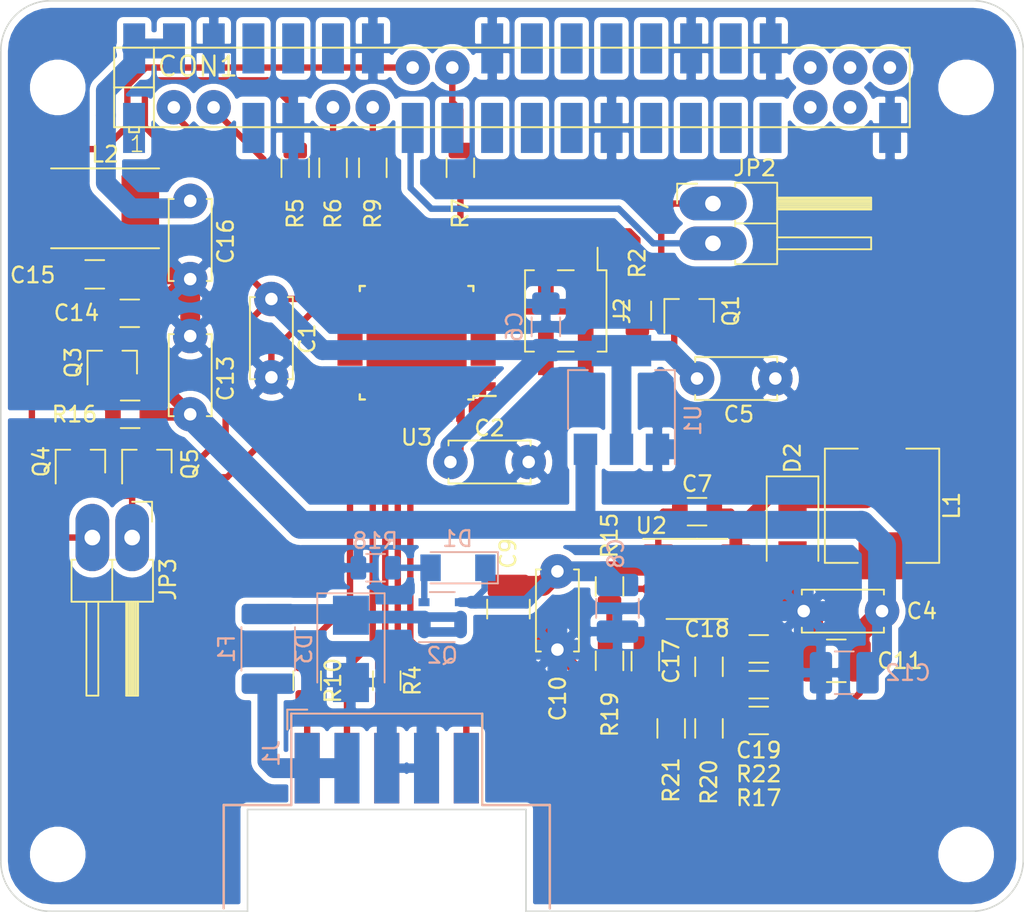
<source format=kicad_pcb>
(kicad_pcb (version 20171130) (host pcbnew "(5.1.4)-1")
  (layers (0 F.Cu signal) (31 B.Cu signal hide) (34 B.Paste user hide) (35 F.Paste user hide) (36 B.SilkS user hide) (37 F.SilkS user) (38 B.Mask user hide) (39 F.Mask user hide) (44 Edge.Cuts user))
  (net 0 "")
  (net 1 +3V3)
  (net 2 GND)
  (net 3 PI_STAT)
  (net 4 "Net-(C7-Pad2)")
  (net 5 "Net-(C7-Pad1)")
  (net 6 "Net-(C10-Pad1)")
  (net 7 "Net-(C14-Pad1)")
  (net 8 PWR-5V)
  (net 9 "Net-(C17-Pad1)")
  (net 10 "Net-(C18-Pad2)")
  (net 11 "Net-(C18-Pad1)")
  (net 12 "Net-(CON1-Pad40)")
  (net 13 "Net-(CON1-Pad38)")
  (net 14 "Net-(CON1-Pad37)")
  (net 15 "Net-(CON1-Pad36)")
  (net 16 "Net-(CON1-Pad35)")
  (net 17 "Net-(CON1-Pad33)")
  (net 18 "Net-(CON1-Pad32)")
  (net 19 "Net-(CON1-Pad31)")
  (net 20 "Net-(CON1-Pad29)")
  (net 21 "Net-(CON1-Pad28)")
  (net 22 "Net-(CON1-Pad27)")
  (net 23 "Net-(CON1-Pad26)")
  (net 24 "Net-(CON1-Pad24)")
  (net 25 "Net-(CON1-Pad23)")
  (net 26 "Net-(CON1-Pad22)")
  (net 27 "Net-(CON1-Pad21)")
  (net 28 "Net-(CON1-Pad19)")
  (net 29 "Net-(CON1-Pad18)")
  (net 30 "Net-(CON1-Pad17)")
  (net 31 "Net-(CON1-Pad16)")
  (net 32 "Net-(CON1-Pad15)")
  (net 33 "Net-(CON1-Pad13)")
  (net 34 "Net-(CON1-Pad12)")
  (net 35 "Net-(CON1-Pad11)")
  (net 36 "Net-(CON1-Pad10)")
  (net 37 "Net-(CON1-Pad8)")
  (net 38 "Net-(CON1-Pad7)")
  (net 39 SCL)
  (net 40 SDA)
  (net 41 "Net-(CON1-Pad1)")
  (net 42 RST)
  (net 43 PI-PWR)
  (net 44 PI_REQ)
  (net 45 BOOT-EN)
  (net 46 "Net-(Q3-Pad1)")
  (net 47 "Net-(D1-Pad2)")
  (net 48 "Net-(D3-Pad1)")
  (net 49 "Net-(R15-Pad2)")
  (net 50 "Net-(R17-Pad2)")
  (net 51 "Net-(J1-Pad2)")
  (net 52 "Net-(J1-Pad4)")
  (net 53 "Net-(J1-Pad6)")
  (net 54 "Net-(J1-Pad8)")
  (net 55 "Net-(J1-Pad9)")
  (net 56 "Net-(J1-Pad10)")
  (net 57 "Net-(R4-Pad1)")
  (net 58 "Net-(R10-Pad1)")
  (net 59 "Net-(U3-Pad31)")
  (net 60 "Net-(U3-Pad30)")
  (net 61 "Net-(U3-Pad29)")
  (net 62 "Net-(U3-Pad22)")
  (net 63 "Net-(U3-Pad21)")
  (net 64 "Net-(U3-Pad20)")
  (net 65 "Net-(U3-Pad19)")
  (net 66 "Net-(U3-Pad12)")
  (net 67 "Net-(U3-Pad11)")
  (net 68 "Net-(U3-Pad10)")
  (net 69 "Net-(U3-Pad6)")
  (net 70 "Net-(U3-Pad5)")
  (net 71 "Net-(U3-Pad4)")
  (net 72 "Net-(U3-Pad3)")
  (net 73 "Net-(U3-Pad2)")
  (net 74 "Net-(J2-Pad3)")
  (net 75 "Net-(J2-Pad1)")
  (net 76 PWR-PROT)
  (net 77 +5V)
  (net 78 +12V)
  (module Package_SO:TSOP-6_1.65x3.05mm_P0.95mm (layer B.Cu) (at 130.285003 99.062501)
    (fp_text reference Q2 (at 0 2.45) (layer B.SilkS) (effects (justify mirror)))
    (fp_text value AO6401A)
    (pad 6 smd rect (at 1.16 0.95) (size 0.7 0.51) (layers B.Cu B.Paste B.Mask) (net 48 "Net-(D3-Pad1)"))
    (pad 5 smd rect (at 1.16 0) (size 0.7 0.51) (layers B.Cu B.Paste B.Mask) (net 48 "Net-(D3-Pad1)"))
    (pad 4 smd rect (at 1.16 -0.95) (size 0.7 0.51) (layers B.Cu B.Paste B.Mask) (net 6 "Net-(C10-Pad1)"))
    (pad 3 smd rect (at -1.16 -0.95) (size 0.7 0.51) (layers B.Cu B.Paste B.Mask) (net 47 "Net-(D1-Pad2)"))
    (pad 2 smd rect (at -1.16 0) (size 0.7 0.51) (layers B.Cu B.Paste B.Mask) (net 48 "Net-(D3-Pad1)"))
    (pad 1 smd rect (at -1.16 0.95) (size 0.7 0.51) (layers B.Cu B.Paste B.Mask) (net 48 "Net-(D3-Pad1)"))
  )
  (module Diode_SMD:D_SMB (layer B.Cu) (at 124.46 101.092 270)
    (fp_text reference D3 (at 0 3 90) (layer B.SilkS) (effects (justify mirror)))
    (fp_text value SM6T)
    (pad 2 smd rect (at 2.15 0 270) (size 2.5 2.3) (layers B.Cu B.Paste B.Mask) (net 2 GND))
    (pad 1 smd rect (at -2.15 0 270) (size 2.5 2.3) (layers B.Cu B.Paste B.Mask) (net 48 "Net-(D3-Pad1)"))
  )
  (module Connector_PinHeader_2.54mm:PinHeader_2x02_P2.54mm_Vertical_SMD (layer F.Cu) (at 138.176 79.502 270)
    (fp_text reference J2 (at 0 -3.6 90) (layer F.SilkS))
    (fp_text value AVR-PDI-4)
    (pad 4 smd rect (at 2.525 1.27 270) (size 3.15 1) (layers F.Cu F.Paste F.Mask) (net 2 GND))
    (pad 3 smd rect (at -2.525 1.27 270) (size 3.15 1) (layers F.Cu F.Paste F.Mask) (net 74 "Net-(J2-Pad3)"))
    (pad 2 smd rect (at 2.525 -1.27 270) (size 3.15 1) (layers F.Cu F.Paste F.Mask) (net 1 +3V3))
    (pad 1 smd rect (at -2.525 -1.27 270) (size 3.15 1) (layers F.Cu F.Paste F.Mask) (net 75 "Net-(J2-Pad1)"))
  )
  (module Package_QFP:TQFP-32_7x7mm_P0.8mm (layer F.Cu) (at 128.651 81.534 180)
    (fp_text reference U3 (at 0 -6.05) (layer F.SilkS))
    (fp_text value ATxmega32E5-AU)
    (pad 32 smd rect (at -2.8 -4.25 270) (size 1.6 0.55) (layers F.Cu F.Paste F.Mask) (net 1 +3V3))
    (pad 31 smd rect (at -2 -4.25 270) (size 1.6 0.55) (layers F.Cu F.Paste F.Mask) (net 59 "Net-(U3-Pad31)"))
    (pad 30 smd rect (at -1.2 -4.25 270) (size 1.6 0.55) (layers F.Cu F.Paste F.Mask) (net 60 "Net-(U3-Pad30)"))
    (pad 29 smd rect (at -0.4 -4.25 270) (size 1.6 0.55) (layers F.Cu F.Paste F.Mask) (net 61 "Net-(U3-Pad29)"))
    (pad 28 smd rect (at 0.4 -4.25 270) (size 1.6 0.55) (layers F.Cu F.Paste F.Mask) (net 56 "Net-(J1-Pad10)"))
    (pad 27 smd rect (at 1.2 -4.25 270) (size 1.6 0.55) (layers F.Cu F.Paste F.Mask) (net 54 "Net-(J1-Pad8)"))
    (pad 26 smd rect (at 2 -4.25 270) (size 1.6 0.55) (layers F.Cu F.Paste F.Mask) (net 57 "Net-(R4-Pad1)"))
    (pad 25 smd rect (at 2.8 -4.25 270) (size 1.6 0.55) (layers F.Cu F.Paste F.Mask) (net 52 "Net-(J1-Pad4)"))
    (pad 24 smd rect (at 4.25 -2.8 180) (size 1.6 0.55) (layers F.Cu F.Paste F.Mask) (net 58 "Net-(R10-Pad1)"))
    (pad 23 smd rect (at 4.25 -2 180) (size 1.6 0.55) (layers F.Cu F.Paste F.Mask) (net 43 PI-PWR))
    (pad 22 smd rect (at 4.25 -1.2 180) (size 1.6 0.55) (layers F.Cu F.Paste F.Mask) (net 62 "Net-(U3-Pad22)"))
    (pad 21 smd rect (at 4.25 -0.4 180) (size 1.6 0.55) (layers F.Cu F.Paste F.Mask) (net 63 "Net-(U3-Pad21)"))
    (pad 20 smd rect (at 4.25 0.4 180) (size 1.6 0.55) (layers F.Cu F.Paste F.Mask) (net 64 "Net-(U3-Pad20)"))
    (pad 19 smd rect (at 4.25 1.2 180) (size 1.6 0.55) (layers F.Cu F.Paste F.Mask) (net 65 "Net-(U3-Pad19)"))
    (pad 18 smd rect (at 4.25 2 180) (size 1.6 0.55) (layers F.Cu F.Paste F.Mask) (net 2 GND))
    (pad 17 smd rect (at 4.25 2.8 180) (size 1.6 0.55) (layers F.Cu F.Paste F.Mask) (net 1 +3V3))
    (pad 16 smd rect (at 2.8 4.25 270) (size 1.6 0.55) (layers F.Cu F.Paste F.Mask) (net 40 SDA))
    (pad 15 smd rect (at 2 4.25 270) (size 1.6 0.55) (layers F.Cu F.Paste F.Mask) (net 39 SCL))
    (pad 14 smd rect (at 1.2 4.25 270) (size 1.6 0.55) (layers F.Cu F.Paste F.Mask) (net 44 PI_REQ))
    (pad 13 smd rect (at 0.4 4.25 270) (size 1.6 0.55) (layers F.Cu F.Paste F.Mask) (net 3 PI_STAT))
    (pad 12 smd rect (at -0.4 4.25 270) (size 1.6 0.55) (layers F.Cu F.Paste F.Mask) (net 66 "Net-(U3-Pad12)"))
    (pad 11 smd rect (at -1.2 4.25 270) (size 1.6 0.55) (layers F.Cu F.Paste F.Mask) (net 67 "Net-(U3-Pad11)"))
    (pad 10 smd rect (at -2 4.25 270) (size 1.6 0.55) (layers F.Cu F.Paste F.Mask) (net 68 "Net-(U3-Pad10)"))
    (pad 9 smd rect (at -2.8 4.25 270) (size 1.6 0.55) (layers F.Cu F.Paste F.Mask) (net 45 BOOT-EN))
    (pad 8 smd rect (at -4.25 2.8 180) (size 1.6 0.55) (layers F.Cu F.Paste F.Mask) (net 74 "Net-(J2-Pad3)"))
    (pad 7 smd rect (at -4.25 2 180) (size 1.6 0.55) (layers F.Cu F.Paste F.Mask) (net 75 "Net-(J2-Pad1)"))
    (pad 6 smd rect (at -4.25 1.2 180) (size 1.6 0.55) (layers F.Cu F.Paste F.Mask) (net 69 "Net-(U3-Pad6)"))
    (pad 5 smd rect (at -4.25 0.4 180) (size 1.6 0.55) (layers F.Cu F.Paste F.Mask) (net 70 "Net-(U3-Pad5)"))
    (pad 4 smd rect (at -4.25 -0.4 180) (size 1.6 0.55) (layers F.Cu F.Paste F.Mask) (net 71 "Net-(U3-Pad4)"))
    (pad 3 smd rect (at -4.25 -1.2 180) (size 1.6 0.55) (layers F.Cu F.Paste F.Mask) (net 72 "Net-(U3-Pad3)"))
    (pad 2 smd rect (at -4.25 -2 180) (size 1.6 0.55) (layers F.Cu F.Paste F.Mask) (net 73 "Net-(U3-Pad2)"))
    (pad 1 smd rect (at -4.25 -2.8 180) (size 1.6 0.55) (layers F.Cu F.Paste F.Mask) (net 2 GND))
  )
  (module obbo_footprints:F_1812_4532Metric_Pad1.30x3.40mm_HandSolder (layer B.Cu) (at 119.1768 101.092 270)
    (fp_text reference F1 (at 0 2.65 90) (layer B.SilkS) (effects (justify mirror)))
    (fp_text value "Polyfuse 1.5A")
    (pad 1 smd roundrect (at -2.225 0 270) (size 1.3 3.4) (layers B.Cu B.Paste B.Mask) (roundrect_rratio 0.192308) (net 48 "Net-(D3-Pad1)"))
    (pad 2 smd roundrect (at 2.225 0 270) (size 1.3 3.4) (layers B.Cu B.Paste B.Mask) (roundrect_rratio 0.192308) (net 78 +12V))
  )
  (module obbo_footprints:L_SMD_Ferrite_X5mm_Y5mm_H4mm_HandSoldering (layer F.Cu) (at 108.7628 72.9488)
    (fp_text reference L2 (at 0 -3.45) (layer F.SilkS))
    (fp_text value 4u7)
    (pad 1 smd rect (at -2.25 0) (size 2.4 4.2) (layers F.Cu F.Paste F.Mask) (net 7 "Net-(C14-Pad1)"))
    (pad 2 smd rect (at 2.25 0) (size 2.4 4.2) (layers F.Cu F.Paste F.Mask) (net 8 PWR-5V))
  )
  (module obbo_footprints:L_SMD_Ferrite_X7mm_Y7mm_H4.5mm_HandSoldering (layer F.Cu) (at 158.369 91.948 270)
    (fp_text reference L1 (at 0 -4.45 90) (layer F.SilkS))
    (fp_text value 15u)
    (pad 1 smd rect (at -3.2 0 270) (size 3 3) (layers F.Cu F.Paste F.Mask) (net 5 "Net-(C7-Pad1)"))
    (pad 2 smd rect (at 3.2 0 270) (size 3 3) (layers F.Cu F.Paste F.Mask) (net 77 +5V))
  )
  (module obbo_footprints:R_0805K (layer F.Cu) (at 126.746 103.124 270)
    (fp_text reference R4 (at 0 -1.65 90) (layer F.SilkS))
    (fp_text value 150)
    (pad 2 smd roundrect (at 1.1 0 270) (size 1 1.5) (layers F.Cu F.Paste F.Mask) (roundrect_rratio 0.2) (net 53 "Net-(J1-Pad6)"))
    (pad 1 smd roundrect (at -1.1 0 270) (size 1 1.5) (layers F.Cu F.Paste F.Mask) (roundrect_rratio 0.2) (net 57 "Net-(R4-Pad1)"))
  )
  (module obbo-footprints-experimental:raspberrypi_RASPI_BOARD_B+HAT_SMD_V01 (layer F.Cu) (at 110.62208 66.49212)
    (fp_text reference CON1 (at 4.05892 -2.61112) (layer F.SilkS) (effects (font (size 1.27 1.27))))
    (fp_text value RASPI_HAT_GPIO_B+-I2S)
    (fp_text user 1 (at 0.18034 2.35204) (layer F.SilkS) (effects (font (size 1.016 1.016) (thickness 0.1016))))
    (pad 1 smd rect (at -0.01016 1.3208 90) (size 3.2 1.4) (layers B.Cu B.Paste B.Mask) (net 41 "Net-(CON1-Pad1)"))
    (pad 2 smd rect (at 0 -3.7592 90) (size 3.2 1.4) (layers B.Cu B.Paste B.Mask) (net 8 PWR-5V))
    (pad 3 thru_hole circle (at 2.52984 0.00254 90) (size 2.2 2.2) (drill 0.8) (layers *.Cu *.Paste *.Mask) (net 40 SDA))
    (pad 4 smd rect (at 2.54 -3.7592 90) (size 3.2 1.4) (layers B.Cu B.Paste B.Mask) (net 8 PWR-5V))
    (pad 5 thru_hole circle (at 5.06984 0.00254 90) (size 2.2 2.2) (drill 0.8) (layers *.Cu *.Paste *.Mask) (net 39 SCL))
    (pad 6 smd rect (at 5.08 -3.7592 90) (size 3.2 1.4) (layers B.Cu B.Paste B.Mask) (net 2 GND))
    (pad 7 smd rect (at 7.60984 1.3208 90) (size 3.2 1.4) (layers B.Cu B.Paste B.Mask) (net 38 "Net-(CON1-Pad7)"))
    (pad 8 smd rect (at 7.60984 -3.7592 90) (size 3.2 1.4) (layers B.Cu B.Paste B.Mask) (net 37 "Net-(CON1-Pad8)"))
    (pad 9 smd rect (at 10.16 1.3208 90) (size 3.2 1.4) (layers B.Cu B.Paste B.Mask) (net 2 GND))
    (pad 10 smd rect (at 10.14984 -3.7592 90) (size 3.2 1.4) (layers B.Cu B.Paste B.Mask) (net 36 "Net-(CON1-Pad10)"))
    (pad 11 thru_hole circle (at 12.68984 0.00254 90) (size 2.2 2.2) (drill 0.8) (layers *.Cu *.Paste *.Mask) (net 35 "Net-(CON1-Pad11)"))
    (pad 12 smd rect (at 12.68984 -3.7592 90) (size 3.2 1.4) (layers B.Cu B.Paste B.Mask) (net 34 "Net-(CON1-Pad12)"))
    (pad 13 thru_hole circle (at 15.22984 0.00254 90) (size 2.2 2.2) (drill 0.8) (layers *.Cu *.Paste *.Mask) (net 33 "Net-(CON1-Pad13)"))
    (pad 14 smd rect (at 15.24 -3.7592 90) (size 3.2 1.4) (layers B.Cu B.Paste B.Mask) (net 2 GND))
    (pad 17 smd rect (at 20.30984 1.3208 90) (size 3.2 1.4) (layers B.Cu B.Paste B.Mask) (net 30 "Net-(CON1-Pad17)"))
    (pad 18 thru_hole circle (at 20.30984 -2.53746 90) (size 2.2 2.2) (drill 0.8) (layers *.Cu *.Paste *.Mask) (net 29 "Net-(CON1-Pad18)"))
    (pad 19 smd rect (at 22.84984 1.3208 90) (size 3.2 1.4) (layers B.Cu B.Paste B.Mask) (net 28 "Net-(CON1-Pad19)"))
    (pad 20 smd rect (at 22.86 -3.7592 90) (size 3.2 1.4) (layers B.Cu B.Paste B.Mask) (net 2 GND))
    (pad 21 smd rect (at 25.3873 1.3208 90) (size 3.2 1.4) (layers B.Cu B.Paste B.Mask) (net 27 "Net-(CON1-Pad21)"))
    (pad 22 smd rect (at 25.3873 -3.7592 90) (size 3.2 1.4) (layers B.Cu B.Paste B.Mask) (net 26 "Net-(CON1-Pad22)"))
    (pad 23 smd rect (at 27.9273 1.3208 90) (size 3.2 1.4) (layers B.Cu B.Paste B.Mask) (net 25 "Net-(CON1-Pad23)"))
    (pad 24 smd rect (at 27.9273 -3.7592 90) (size 3.2 1.4) (layers B.Cu B.Paste B.Mask) (net 24 "Net-(CON1-Pad24)"))
    (pad 25 smd rect (at 30.48 1.3208 90) (size 3.2 1.4) (layers B.Cu B.Paste B.Mask) (net 2 GND))
    (pad 26 smd rect (at 30.4673 -3.7592 90) (size 3.2 1.4) (layers B.Cu B.Paste B.Mask) (net 23 "Net-(CON1-Pad26)"))
    (pad 27 smd rect (at 33.0073 1.3208 90) (size 3.2 1.4) (layers B.Cu B.Paste B.Mask) (net 22 "Net-(CON1-Pad27)"))
    (pad 28 smd rect (at 33.0073 -3.7592 90) (size 3.2 1.4) (layers B.Cu B.Paste B.Mask) (net 21 "Net-(CON1-Pad28)"))
    (pad 29 smd rect (at 35.5473 1.3208 90) (size 3.2 1.4) (layers B.Cu B.Paste B.Mask) (net 20 "Net-(CON1-Pad29)"))
    (pad 30 smd rect (at 35.56 -3.7592 90) (size 3.2 1.4) (layers B.Cu B.Paste B.Mask) (net 2 GND))
    (pad 31 smd rect (at 38.0873 1.3208 90) (size 3.2 1.4) (layers B.Cu B.Paste B.Mask) (net 19 "Net-(CON1-Pad31)"))
    (pad 32 smd rect (at 38.0873 -3.7592 90) (size 3.2 1.4) (layers B.Cu B.Paste B.Mask) (net 18 "Net-(CON1-Pad32)"))
    (pad 33 smd rect (at 40.6273 1.3208 90) (size 3.2 1.4) (layers B.Cu B.Paste B.Mask) (net 17 "Net-(CON1-Pad33)"))
    (pad 34 smd rect (at 40.64 -3.7592 90) (size 3.2 1.4) (layers B.Cu B.Paste B.Mask) (net 2 GND))
    (pad 35 thru_hole circle (at 43.1673 0.00254 90) (size 2.2 2.2) (drill 0.8) (layers *.Cu *.Paste *.Mask) (net 16 "Net-(CON1-Pad35)"))
    (pad 36 thru_hole circle (at 43.1673 -2.53746 90) (size 2.2 2.2) (drill 0.8) (layers *.Cu *.Paste *.Mask) (net 15 "Net-(CON1-Pad36)"))
    (pad 37 thru_hole circle (at 45.7073 0.00254 90) (size 2.2 2.2) (drill 0.8) (layers *.Cu *.Paste *.Mask) (net 14 "Net-(CON1-Pad37)"))
    (pad 38 thru_hole circle (at 45.7073 -2.53746 90) (size 2.2 2.2) (drill 0.8) (layers *.Cu *.Paste *.Mask) (net 13 "Net-(CON1-Pad38)"))
    (pad 39 smd rect (at 48.26 1.3208 90) (size 3.2 1.4) (layers B.Cu B.Paste B.Mask) (net 2 GND))
    (pad 40 thru_hole circle (at 48.2473 -2.53746 90) (size 2.2 2.2) (drill 0.8) (layers *.Cu *.Paste *.Mask) (net 12 "Net-(CON1-Pad40)"))
    (pad "" np_thru_hole circle (at -4.88188 47.73168) (size 2.74828 2.74828) (drill 2.74828) (layers *.Cu *.Mask))
    (pad "" np_thru_hole circle (at -4.88188 -1.26746) (size 2.74828 2.74828) (drill 2.74828) (layers *.Cu *.Mask))
    (pad "" np_thru_hole circle (at 53.11648 47.73168) (size 2.74828 2.74828) (drill 2.74828) (layers *.Cu *.Mask))
    (pad "" np_thru_hole circle (at 53.11648 -1.26746) (size 2.74828 2.74828) (drill 2.74828) (layers *.Cu *.Mask))
    (pad 16 thru_hole circle (at 17.78 -2.53746 90) (size 2.2 2.2) (drill 0.8) (layers *.Cu *.Paste *.Mask) (net 31 "Net-(CON1-Pad16)"))
    (pad 15 smd rect (at 17.78 1.3208 90) (size 3.2 1.4) (layers B.Cu B.Paste B.Mask) (net 32 "Net-(CON1-Pad15)"))
  )
  (module obbo_footprints:PinHeader_1x02_P2.54mm_Horizontal_PAD (layer F.Cu) (at 110.49 93.98 270)
    (fp_text reference JP3 (at 2.667 -2.286 90) (layer F.SilkS))
    (fp_text value Jumper)
    (pad 1 thru_hole oval (at 0 0 270) (size 4.3 2.15) (drill 1) (layers *.Cu *.Mask) (net 76 PWR-PROT))
    (pad 2 thru_hole oval (at 0 2.54 270) (size 4.3 2.15) (drill 1) (layers *.Cu *.Mask) (net 31 "Net-(CON1-Pad16)"))
  )
  (module obbo_footprints:PinHeader_1x02_P2.54mm_Horizontal_PAD (layer F.Cu) (at 147.574 72.644)
    (fp_text reference JP2 (at 2.667 -2.27) (layer F.SilkS))
    (fp_text value Jumper)
    (pad 1 thru_hole oval (at 0 0) (size 4.3 2.15) (drill 1) (layers *.Cu *.Mask) (net 42 RST))
    (pad 2 thru_hole oval (at 0 2.54) (size 4.3 2.15) (drill 1) (layers *.Cu *.Mask) (net 32 "Net-(CON1-Pad15)"))
  )
  (module obbo-footprints-experimental:IDC-Header_2x05_P2.54mm_SMD_Horizontal_Edge (layer B.Cu) (at 121.666 107.512 270)
    (fp_text reference J1 (at 0.254 2.286 270) (layer B.SilkS) (effects (justify mirror)))
    (fp_text value Conn_02x05 hide)
    (pad 10 smd rect (at 1.2 -10.16 270) (size 4.5 1.6) (layers F.Cu F.Paste F.Mask) (net 56 "Net-(J1-Pad10)"))
    (pad 9 smd rect (at 1.2 -10.16 270) (size 4.5 1.6) (layers B.Cu B.Paste B.Mask) (net 55 "Net-(J1-Pad9)"))
    (pad 8 smd rect (at 1.2 -7.62 270) (size 4.5 1.6) (layers F.Cu F.Paste F.Mask) (net 54 "Net-(J1-Pad8)"))
    (pad 7 smd rect (at 1.2 -7.62 270) (size 4.5 1.6) (layers B.Cu B.Paste B.Mask) (net 2 GND))
    (pad 6 smd rect (at 1.2 -5.08 270) (size 4.5 1.6) (layers F.Cu F.Paste F.Mask) (net 53 "Net-(J1-Pad6)"))
    (pad 5 smd rect (at 1.2 -5.08 270) (size 4.5 1.6) (layers B.Cu B.Paste B.Mask) (net 2 GND))
    (pad 4 smd rect (at 1.2 -2.54 270) (size 4.5 1.6) (layers F.Cu F.Paste F.Mask) (net 52 "Net-(J1-Pad4)"))
    (pad 3 smd rect (at 1.2 -2.54 270) (size 4.5 1.6) (layers B.Cu B.Paste B.Mask) (net 78 +12V))
    (pad 2 smd rect (at 1.2 0 270) (size 4.5 1.6) (layers F.Cu F.Paste F.Mask) (net 51 "Net-(J1-Pad2)"))
    (pad 1 smd rect (at 1.2 0 270) (size 4.5 1.6) (layers B.Cu B.Paste B.Mask) (net 78 +12V))
  )
  (module Capacitor_SMD:C_1206_3216Metric_Pad1.42x1.75mm_HandSolder (layer F.Cu) (at 108.1024 77.1652)
    (fp_text reference C15 (at -3.9624 0.0508) (layer F.SilkS))
    (fp_text value 10u)
    (pad 2 smd roundrect (at 1.4875 0) (size 1.425 1.75) (layers F.Cu F.Paste F.Mask) (roundrect_rratio 0.175439) (net 2 GND))
    (pad 1 smd roundrect (at -1.4875 0) (size 1.425 1.75) (layers F.Cu F.Paste F.Mask) (roundrect_rratio 0.175439) (net 7 "Net-(C14-Pad1)"))
  )
  (module Capacitor_SMD:C_1210_3225Metric_Pad1.42x2.65mm_HandSolder (layer B.Cu) (at 155.956 102.616 180)
    (fp_text reference C12 (at -4.064 0) (layer B.SilkS) (effects (justify mirror)))
    (fp_text value 47u)
    (pad 2 smd roundrect (at 1.4875 0 180) (size 1.425 2.65) (layers B.Cu B.Paste B.Mask) (roundrect_rratio 0.175439) (net 2 GND))
    (pad 1 smd roundrect (at -1.4875 0 180) (size 1.425 2.65) (layers B.Cu B.Paste B.Mask) (roundrect_rratio 0.175439) (net 77 +5V))
  )
  (module Capacitor_SMD:C_1210_3225Metric_Pad1.42x2.65mm_HandSolder (layer F.Cu) (at 155.448 101.854 180)
    (fp_text reference C11 (at -4.064 0) (layer F.SilkS))
    (fp_text value 47u)
    (pad 2 smd roundrect (at 1.4875 0 180) (size 1.425 2.65) (layers F.Cu F.Paste F.Mask) (roundrect_rratio 0.175439) (net 2 GND))
    (pad 1 smd roundrect (at -1.4875 0 180) (size 1.425 2.65) (layers F.Cu F.Paste F.Mask) (roundrect_rratio 0.175439) (net 77 +5V))
  )
  (module Capacitor_SMD:C_1210_3225Metric_Pad1.42x2.65mm_HandSolder (layer F.Cu) (at 134.5184 98.552 270)
    (fp_text reference C9 (at -3.556 0.0254 270) (layer F.SilkS))
    (fp_text value 4u7)
    (pad 2 smd roundrect (at 1.4875 0 270) (size 1.425 2.65) (layers F.Cu F.Paste F.Mask) (roundrect_rratio 0.175439) (net 2 GND))
    (pad 1 smd roundrect (at -1.4875 0 270) (size 1.425 2.65) (layers F.Cu F.Paste F.Mask) (roundrect_rratio 0.175439) (net 6 "Net-(C10-Pad1)"))
  )
  (module Capacitor_SMD:C_1210_3225Metric_Pad1.42x2.65mm_HandSolder (layer B.Cu) (at 141.478 98.5012 270)
    (fp_text reference C8 (at -3.5052 0.1016 90) (layer B.SilkS) (effects (justify mirror)))
    (fp_text value 4u7)
    (pad 2 smd roundrect (at 1.4875 0 270) (size 1.425 2.65) (layers B.Cu B.Paste B.Mask) (roundrect_rratio 0.175439) (net 2 GND))
    (pad 1 smd roundrect (at -1.4875 0 270) (size 1.425 2.65) (layers B.Cu B.Paste B.Mask) (roundrect_rratio 0.175439) (net 6 "Net-(C10-Pad1)"))
  )
  (module Capacitor_SMD:C_1206_3216Metric_Pad1.42x1.75mm_HandSolder (layer B.Cu) (at 136.906 80.518 90)
    (fp_text reference C6 (at 0 -2.0066 90) (layer B.SilkS) (effects (justify mirror)))
    (fp_text value 10u)
    (pad 2 smd roundrect (at 1.4875 0 90) (size 1.425 1.75) (layers B.Cu B.Paste B.Mask) (roundrect_rratio 0.175439) (net 2 GND))
    (pad 1 smd roundrect (at -1.4875 0 90) (size 1.425 1.75) (layers B.Cu B.Paste B.Mask) (roundrect_rratio 0.175439) (net 1 +3V3))
  )
  (module Package_SO:SOIC-8_3.9x4.9mm_P1.27mm (layer F.Cu) (at 146.558 96.6216)
    (fp_text reference U2 (at -2.921 -3.4) (layer F.SilkS))
    (fp_text value TPS54331)
    (pad 8 smd roundrect (at 2.475 -1.905) (size 1.95 0.6) (layers F.Cu F.Paste F.Mask) (net 5 "Net-(C7-Pad1)"))
    (pad 7 smd roundrect (at 2.475 -0.635) (size 1.95 0.6) (layers F.Cu F.Paste F.Mask) (net 2 GND))
    (pad 6 smd roundrect (at 2.475 0.635) (size 1.95 0.6) (layers F.Cu F.Paste F.Mask) (net 11 "Net-(C18-Pad1)"))
    (pad 5 smd roundrect (at 2.475 1.905) (size 1.95 0.6) (layers F.Cu F.Paste F.Mask) (net 50 "Net-(R17-Pad2)"))
    (pad 4 smd roundrect (at -2.475 1.905) (size 1.95 0.6) (layers F.Cu F.Paste F.Mask) (net 9 "Net-(C17-Pad1)"))
    (pad 3 smd roundrect (at -2.475 0.635) (size 1.95 0.6) (layers F.Cu F.Paste F.Mask) (net 49 "Net-(R15-Pad2)"))
    (pad 2 smd roundrect (at -2.475 -0.635) (size 1.95 0.6) (layers F.Cu F.Paste F.Mask) (net 6 "Net-(C10-Pad1)"))
    (pad 1 smd roundrect (at -2.475 -1.905) (size 1.95 0.6) (layers F.Cu F.Paste F.Mask) (net 4 "Net-(C7-Pad2)"))
  )
  (module Diode_SMD:D_SMA (layer F.Cu) (at 152.654 93.472 270)
    (fp_text reference D2 (at -4.572 0 90) (layer F.SilkS))
    (fp_text value B340)
    (pad 2 smd rect (at 2 0 270) (size 2.5 1.8) (layers F.Cu F.Paste F.Mask) (net 2 GND))
    (pad 1 smd rect (at -2 0 270) (size 2.5 1.8) (layers F.Cu F.Paste F.Mask) (net 5 "Net-(C7-Pad1)"))
  )
  (module Diode_SMD:D_MiniMELF (layer B.Cu) (at 131.2926 95.9104 180)
    (fp_text reference D1 (at 0.0254 1.8542) (layer B.SilkS) (effects (justify mirror)))
    (fp_text value 8V2)
    (pad 2 smd rect (at 1.75 0 180) (size 1.3 1.7) (layers B.Cu B.Paste B.Mask) (net 47 "Net-(D1-Pad2)"))
    (pad 1 smd rect (at -1.75 0 180) (size 1.3 1.7) (layers B.Cu B.Paste B.Mask) (net 6 "Net-(C10-Pad1)"))
  )
  (module obbo_footprints:C_Disc_D5.0mm_W2.5mm_P5.00mm_PAD (layer F.Cu) (at 119.38 78.74 270)
    (fp_text reference C1 (at 2.54 -2.286 90) (layer F.SilkS))
    (fp_text value 100n)
    (pad 1 thru_hole circle (at 0 0 270) (size 2.2 2.2) (drill 0.8) (layers *.Cu *.Mask) (net 1 +3V3))
    (pad 2 thru_hole circle (at 5 0 270) (size 2.2 2.2) (drill 0.8) (layers *.Cu *.Mask) (net 2 GND))
  )
  (module Package_TO_SOT_SMD:SOT-223-3_TabPin2 (layer B.Cu) (at 141.732 85.192 90)
    (fp_text reference U1 (at -1.295 4.572 270) (layer B.SilkS) (effects (justify mirror)))
    (fp_text value LD1117S33)
    (pad 1 smd rect (at -3.15 2.3 90) (size 2 1.5) (layers B.Cu B.Paste B.Mask) (net 2 GND))
    (pad 3 smd rect (at -3.15 -2.3 90) (size 2 1.5) (layers B.Cu B.Paste B.Mask) (net 77 +5V))
    (pad 2 smd rect (at -3.15 0 90) (size 2 1.5) (layers B.Cu B.Paste B.Mask) (net 1 +3V3))
    (pad 2 smd rect (at 3.15 0 90) (size 2 3.8) (layers B.Cu B.Paste B.Mask) (net 1 +3V3))
  )
  (module Package_TO_SOT_SMD:SOT-23 (layer F.Cu) (at 111.4298 89.1286 90)
    (fp_text reference Q5 (at -0.1524 2.7432 90) (layer F.SilkS))
    (fp_text value BSS138)
    (pad 3 smd rect (at 1 0 90) (size 0.9 0.8) (layers F.Cu F.Paste F.Mask) (net 46 "Net-(Q3-Pad1)"))
    (pad 2 smd rect (at -1 0.95 90) (size 0.9 0.8) (layers F.Cu F.Paste F.Mask) (net 43 PI-PWR))
    (pad 1 smd rect (at -1 -0.95 90) (size 0.9 0.8) (layers F.Cu F.Paste F.Mask) (net 1 +3V3))
  )
  (module Package_TO_SOT_SMD:SOT-23 (layer F.Cu) (at 107.188 89.1286 90)
    (fp_text reference Q4 (at 0 -2.5 90) (layer F.SilkS))
    (fp_text value BSS138)
    (pad 3 smd rect (at 1 0 90) (size 0.9 0.8) (layers F.Cu F.Paste F.Mask) (net 46 "Net-(Q3-Pad1)"))
    (pad 2 smd rect (at -1 0.95 90) (size 0.9 0.8) (layers F.Cu F.Paste F.Mask) (net 76 PWR-PROT))
    (pad 1 smd rect (at -1 -0.95 90) (size 0.9 0.8) (layers F.Cu F.Paste F.Mask) (net 1 +3V3))
  )
  (module Package_TO_SOT_SMD:SOT-23 (layer F.Cu) (at 109.22 82.804 90)
    (fp_text reference Q3 (at 0 -2.5 90) (layer F.SilkS))
    (fp_text value IRLML6402)
    (pad 3 smd rect (at 1 0 90) (size 0.9 0.8) (layers F.Cu F.Paste F.Mask) (net 7 "Net-(C14-Pad1)"))
    (pad 2 smd rect (at -1 0.95 90) (size 0.9 0.8) (layers F.Cu F.Paste F.Mask) (net 77 +5V))
    (pad 1 smd rect (at -1 -0.95 90) (size 0.9 0.8) (layers F.Cu F.Paste F.Mask) (net 46 "Net-(Q3-Pad1)"))
  )
  (module Package_TO_SOT_SMD:SOT-23 (layer F.Cu) (at 146.05 79.502 90)
    (fp_text reference Q1 (at 0 2.667 90) (layer F.SilkS))
    (fp_text value BSS138)
    (pad 3 smd rect (at 1 0 90) (size 0.9 0.8) (layers F.Cu F.Paste F.Mask) (net 74 "Net-(J2-Pad3)"))
    (pad 2 smd rect (at -1 0.95 90) (size 0.9 0.8) (layers F.Cu F.Paste F.Mask) (net 42 RST))
    (pad 1 smd rect (at -1 -0.95 90) (size 0.9 0.8) (layers F.Cu F.Paste F.Mask) (net 1 +3V3))
  )
  (module obbo_footprints:R_0805K (layer F.Cu) (at 150.495 103.378)
    (fp_text reference R22 (at 0 5.715) (layer F.SilkS))
    (fp_text value 47k)
    (pad 2 smd roundrect (at 1.1 0) (size 1 1.5) (layers F.Cu F.Paste F.Mask) (roundrect_rratio 0.2) (net 2 GND))
    (pad 1 smd roundrect (at -1.1 0) (size 1 1.5) (layers F.Cu F.Paste F.Mask) (roundrect_rratio 0.2) (net 10 "Net-(C18-Pad2)"))
  )
  (module obbo_footprints:R_0805K (layer F.Cu) (at 144.907 106.172 270)
    (fp_text reference R21 (at 3.302 0 90) (layer F.SilkS))
    (fp_text value *100k)
    (pad 2 smd roundrect (at 1.1 0 270) (size 1 1.5) (layers F.Cu F.Paste F.Mask) (roundrect_rratio 0.2) (net 2 GND))
    (pad 1 smd roundrect (at -1.1 0 270) (size 1 1.5) (layers F.Cu F.Paste F.Mask) (roundrect_rratio 0.2) (net 50 "Net-(R17-Pad2)"))
  )
  (module obbo_footprints:R_0805K (layer F.Cu) (at 147.32 106.172 270)
    (fp_text reference R20 (at 3.429 0 90) (layer F.SilkS))
    (fp_text value 1k91)
    (pad 2 smd roundrect (at 1.1 0 270) (size 1 1.5) (layers F.Cu F.Paste F.Mask) (roundrect_rratio 0.2) (net 2 GND))
    (pad 1 smd roundrect (at -1.1 0 270) (size 1 1.5) (layers F.Cu F.Paste F.Mask) (roundrect_rratio 0.2) (net 50 "Net-(R17-Pad2)"))
  )
  (module obbo_footprints:R_0805K (layer F.Cu) (at 140.97 101.854 270)
    (fp_text reference R19 (at 3.429 -0.0254 90) (layer F.SilkS))
    (fp_text value 22k)
    (pad 2 smd roundrect (at 1.1 0 270) (size 1 1.5) (layers F.Cu F.Paste F.Mask) (roundrect_rratio 0.2) (net 2 GND))
    (pad 1 smd roundrect (at -1.1 0 270) (size 1 1.5) (layers F.Cu F.Paste F.Mask) (roundrect_rratio 0.2) (net 49 "Net-(R15-Pad2)"))
  )
  (module obbo_footprints:R_0805K (layer B.Cu) (at 126.0348 95.9104 180)
    (fp_text reference R18 (at 0.0254 1.7272) (layer B.SilkS) (effects (justify mirror)))
    (fp_text value 22k)
    (pad 2 smd roundrect (at 1.1 0 180) (size 1 1.5) (layers B.Cu B.Paste B.Mask) (roundrect_rratio 0.2) (net 2 GND))
    (pad 1 smd roundrect (at -1.1 0 180) (size 1 1.5) (layers B.Cu B.Paste B.Mask) (roundrect_rratio 0.2) (net 47 "Net-(D1-Pad2)"))
  )
  (module obbo_footprints:R_0805K (layer F.Cu) (at 150.495 105.664 180)
    (fp_text reference R17 (at 0 -4.953) (layer F.SilkS))
    (fp_text value 10k)
    (pad 2 smd roundrect (at 1.1 0 180) (size 1 1.5) (layers F.Cu F.Paste F.Mask) (roundrect_rratio 0.2) (net 50 "Net-(R17-Pad2)"))
    (pad 1 smd roundrect (at -1.1 0 180) (size 1 1.5) (layers F.Cu F.Paste F.Mask) (roundrect_rratio 0.2) (net 77 +5V))
  )
  (module obbo_footprints:R_0805K (layer F.Cu) (at 110.363 86.106 180)
    (fp_text reference R16 (at 3.556 0) (layer F.SilkS))
    (fp_text value 22k)
    (pad 2 smd roundrect (at 1.1 0 180) (size 1 1.5) (layers F.Cu F.Paste F.Mask) (roundrect_rratio 0.2) (net 46 "Net-(Q3-Pad1)"))
    (pad 1 smd roundrect (at -1.1 0 180) (size 1 1.5) (layers F.Cu F.Paste F.Mask) (roundrect_rratio 0.2) (net 77 +5V))
  )
  (module obbo_footprints:R_0805K (layer F.Cu) (at 140.97 97.1042 270)
    (fp_text reference R15 (at -3.2512 0 90) (layer F.SilkS))
    (fp_text value 120k)
    (pad 2 smd roundrect (at 1.1 0 270) (size 1 1.5) (layers F.Cu F.Paste F.Mask) (roundrect_rratio 0.2) (net 49 "Net-(R15-Pad2)"))
    (pad 1 smd roundrect (at -1.1 0 270) (size 1 1.5) (layers F.Cu F.Paste F.Mask) (roundrect_rratio 0.2) (net 6 "Net-(C10-Pad1)"))
  )
  (module obbo_footprints:R_0805K (layer F.Cu) (at 121.666 103.124 270)
    (fp_text reference R10 (at 0 -1.65 90) (layer F.SilkS))
    (fp_text value 150)
    (pad 2 smd roundrect (at 1.1 0 270) (size 1 1.5) (layers F.Cu F.Paste F.Mask) (roundrect_rratio 0.2) (net 51 "Net-(J1-Pad2)"))
    (pad 1 smd roundrect (at -1.1 0 270) (size 1 1.5) (layers F.Cu F.Paste F.Mask) (roundrect_rratio 0.2) (net 58 "Net-(R10-Pad1)"))
  )
  (module obbo_footprints:R_0805K (layer F.Cu) (at 125.857 70.358 90)
    (fp_text reference R9 (at -2.921 0 90) (layer F.SilkS))
    (fp_text value 330)
    (pad 2 smd roundrect (at 1.1 0 90) (size 1 1.5) (layers F.Cu F.Paste F.Mask) (roundrect_rratio 0.2) (net 33 "Net-(CON1-Pad13)"))
    (pad 1 smd roundrect (at -1.1 0 90) (size 1 1.5) (layers F.Cu F.Paste F.Mask) (roundrect_rratio 0.2) (net 3 PI_STAT))
  )
  (module obbo_footprints:R_0805K (layer F.Cu) (at 131.445 70.358 270)
    (fp_text reference R7 (at 2.921 0 90) (layer F.SilkS))
    (fp_text value 220)
    (pad 2 smd roundrect (at 1.1 0 270) (size 1 1.5) (layers F.Cu F.Paste F.Mask) (roundrect_rratio 0.2) (net 45 BOOT-EN))
    (pad 1 smd roundrect (at -1.1 0 270) (size 1 1.5) (layers F.Cu F.Paste F.Mask) (roundrect_rratio 0.2) (net 29 "Net-(CON1-Pad18)"))
  )
  (module obbo_footprints:R_0805K (layer F.Cu) (at 123.317 70.358 90)
    (fp_text reference R6 (at -2.921 0 90) (layer F.SilkS))
    (fp_text value 220)
    (pad 2 smd roundrect (at 1.1 0 90) (size 1 1.5) (layers F.Cu F.Paste F.Mask) (roundrect_rratio 0.2) (net 35 "Net-(CON1-Pad11)"))
    (pad 1 smd roundrect (at -1.1 0 90) (size 1 1.5) (layers F.Cu F.Paste F.Mask) (roundrect_rratio 0.2) (net 44 PI_REQ))
  )
  (module obbo_footprints:R_0805K (layer F.Cu) (at 120.904 70.358 270)
    (fp_text reference R5 (at 2.921 0 90) (layer F.SilkS))
    (fp_text value 22k)
    (pad 2 smd roundrect (at 1.1 0 270) (size 1 1.5) (layers F.Cu F.Paste F.Mask) (roundrect_rratio 0.2) (net 44 PI_REQ))
    (pad 1 smd roundrect (at -1.1 0 270) (size 1 1.5) (layers F.Cu F.Paste F.Mask) (roundrect_rratio 0.2) (net 1 +3V3))
  )
  (module obbo_footprints:R_0805K (layer F.Cu) (at 142.748 79.502 90)
    (fp_text reference R2 (at 3.048 0 90) (layer F.SilkS))
    (fp_text value 10k)
    (pad 2 smd roundrect (at 1.1 0 90) (size 1 1.5) (layers F.Cu F.Paste F.Mask) (roundrect_rratio 0.2) (net 74 "Net-(J2-Pad3)"))
    (pad 1 smd roundrect (at -1.1 0 90) (size 1 1.5) (layers F.Cu F.Paste F.Mask) (roundrect_rratio 0.2) (net 1 +3V3))
  )
  (module obbo_footprints:C_0805K (layer F.Cu) (at 150.495 101.092)
    (fp_text reference C19 (at 0 6.477) (layer F.SilkS))
    (fp_text value 47p)
    (pad 2 smd roundrect (at 1.1 0) (size 1 1.5) (layers F.Cu F.Paste F.Mask) (roundrect_rratio 0.2) (net 2 GND))
    (pad 1 smd roundrect (at -1.1 0) (size 1 1.5) (layers F.Cu F.Paste F.Mask) (roundrect_rratio 0.2) (net 11 "Net-(C18-Pad1)"))
  )
  (module obbo_footprints:C_0805K (layer F.Cu) (at 147.32 102.235 270)
    (fp_text reference C18 (at -2.413 0.127 180) (layer F.SilkS))
    (fp_text value 4n7)
    (pad 2 smd roundrect (at 1.1 0 270) (size 1 1.5) (layers F.Cu F.Paste F.Mask) (roundrect_rratio 0.2) (net 10 "Net-(C18-Pad2)"))
    (pad 1 smd roundrect (at -1.1 0 270) (size 1 1.5) (layers F.Cu F.Paste F.Mask) (roundrect_rratio 0.2) (net 11 "Net-(C18-Pad1)"))
  )
  (module obbo_footprints:C_0805K (layer F.Cu) (at 143.256 101.8794 270)
    (fp_text reference C17 (at 0 -1.65 90) (layer F.SilkS))
    (fp_text value 10n)
    (pad 2 smd roundrect (at 1.1 0 270) (size 1 1.5) (layers F.Cu F.Paste F.Mask) (roundrect_rratio 0.2) (net 2 GND))
    (pad 1 smd roundrect (at -1.1 0 270) (size 1 1.5) (layers F.Cu F.Paste F.Mask) (roundrect_rratio 0.2) (net 9 "Net-(C17-Pad1)"))
  )
  (module obbo_footprints:C_Disc_D5.0mm_W2.5mm_P5.00mm_PAD (layer F.Cu) (at 114.1984 72.47 270)
    (fp_text reference C16 (at 2.587 -2.2606 90) (layer F.SilkS))
    (fp_text value 100n)
    (pad 1 thru_hole circle (at 0 0 270) (size 2.2 2.2) (drill 0.8) (layers *.Cu *.Mask) (net 8 PWR-5V))
    (pad 2 thru_hole circle (at 5 0 270) (size 2.2 2.2) (drill 0.8) (layers *.Cu *.Mask) (net 2 GND))
  )
  (module obbo_footprints:C_0805K (layer F.Cu) (at 110.3376 79.6544)
    (fp_text reference C14 (at -3.4036 -0.0254) (layer F.SilkS))
    (fp_text value 100n)
    (pad 2 smd roundrect (at 1.1 0) (size 1 1.5) (layers F.Cu F.Paste F.Mask) (roundrect_rratio 0.2) (net 2 GND))
    (pad 1 smd roundrect (at -1.1 0) (size 1 1.5) (layers F.Cu F.Paste F.Mask) (roundrect_rratio 0.2) (net 7 "Net-(C14-Pad1)"))
  )
  (module obbo_footprints:C_Disc_D5.0mm_W2.5mm_P5.00mm_PAD (layer F.Cu) (at 114.1984 86.106 90)
    (fp_text reference C13 (at 2.286 2.2606 90) (layer F.SilkS))
    (fp_text value 100n)
    (pad 1 thru_hole circle (at 0 0 90) (size 2.2 2.2) (drill 0.8) (layers *.Cu *.Mask) (net 77 +5V))
    (pad 2 thru_hole circle (at 5 0 90) (size 2.2 2.2) (drill 0.8) (layers *.Cu *.Mask) (net 2 GND))
  )
  (module obbo_footprints:C_Disc_D5.0mm_W2.5mm_P5.00mm_PAD (layer F.Cu) (at 137.6426 96.139 270)
    (fp_text reference C10 (at 8.128 -0.0254 90) (layer F.SilkS))
    (fp_text value 100n)
    (pad 1 thru_hole circle (at 0 0 270) (size 2.2 2.2) (drill 0.8) (layers *.Cu *.Mask) (net 6 "Net-(C10-Pad1)"))
    (pad 2 thru_hole circle (at 5 0 270) (size 2.2 2.2) (drill 0.8) (layers *.Cu *.Mask) (net 2 GND))
  )
  (module obbo_footprints:C_0805K (layer F.Cu) (at 146.558 92.329 180)
    (fp_text reference C7 (at 0 1.778) (layer F.SilkS))
    (fp_text value 100n)
    (pad 2 smd roundrect (at 1.1 0 180) (size 1 1.5) (layers F.Cu F.Paste F.Mask) (roundrect_rratio 0.2) (net 4 "Net-(C7-Pad2)"))
    (pad 1 smd roundrect (at -1.1 0 180) (size 1 1.5) (layers F.Cu F.Paste F.Mask) (roundrect_rratio 0.2) (net 5 "Net-(C7-Pad1)"))
  )
  (module obbo_footprints:C_Disc_D5.0mm_W2.5mm_P5.00mm_PAD (layer F.Cu) (at 146.558 83.82)
    (fp_text reference C5 (at 2.667 2.286 180) (layer F.SilkS))
    (fp_text value 100n)
    (pad 1 thru_hole circle (at 0 0) (size 2.2 2.2) (drill 0.8) (layers *.Cu *.Mask) (net 1 +3V3))
    (pad 2 thru_hole circle (at 5 0) (size 2.2 2.2) (drill 0.8) (layers *.Cu *.Mask) (net 2 GND))
  )
  (module obbo_footprints:C_Disc_D5.0mm_W2.5mm_P5.00mm_PAD (layer F.Cu) (at 158.369 98.679 180)
    (fp_text reference C4 (at -2.54 0) (layer F.SilkS))
    (fp_text value 100n)
    (pad 1 thru_hole circle (at 0 0 180) (size 2.2 2.2) (drill 0.8) (layers *.Cu *.Mask) (net 77 +5V))
    (pad 2 thru_hole circle (at 5 0 180) (size 2.2 2.2) (drill 0.8) (layers *.Cu *.Mask) (net 2 GND))
  )
  (module obbo_footprints:C_Disc_D5.0mm_W2.5mm_P5.00mm_PAD (layer F.Cu) (at 130.81 89.154)
    (fp_text reference C2 (at 2.5 -2.159) (layer F.SilkS))
    (fp_text value 100n)
    (pad 1 thru_hole circle (at 0 0) (size 2.2 2.2) (drill 0.8) (layers *.Cu *.Mask) (net 1 +3V3))
    (pad 2 thru_hole circle (at 5 0) (size 2.2 2.2) (drill 0.8) (layers *.Cu *.Mask) (net 2 GND))
  )
  (gr_line (start 105.283 59.69) (end 164.211 59.69) (layer Edge.Cuts) (width 0.1))
  (gr_line (start 135.636 117.856) (end 164.084 117.856) (layer Edge.Cuts) (width 0.1))
  (gr_line (start 135.636 111.3536) (end 135.636 117.856) (layer Edge.Cuts) (width 0.1))
  (gr_line (start 117.856 111.3536) (end 135.636 111.3536) (layer Edge.Cuts) (width 0.1))
  (gr_line (start 117.856 117.856) (end 117.856 111.3536) (layer Edge.Cuts) (width 0.1))
  (gr_line (start 105.283 117.856) (end 117.856 117.856) (layer Edge.Cuts) (width 0.1))
  (gr_arc (start 105.283 62.865) (end 102.108 62.865) (angle 90) (layer Edge.Cuts) (width 0.1))
  (gr_line (start 102.108 114.681) (end 102.108 62.865) (layer Edge.Cuts) (width 0.1))
  (gr_arc (start 105.283 114.681) (end 105.283 117.856) (angle 90) (layer Edge.Cuts) (width 0.1))
  (gr_arc (start 164.084 114.554) (end 167.386 114.554) (angle 90) (layer Edge.Cuts) (width 0.1))
  (gr_line (start 167.386 62.865) (end 167.386 114.554) (layer Edge.Cuts) (width 0.1))
  (gr_arc (start 164.211 62.865) (end 164.211 59.69) (angle 90) (layer Edge.Cuts) (width 0.1))
  (segment (start 106.59364 90.30462) (end 106.59364 90.10396) (width 0.3048) (layer F.Cu) (net 1))
  (segment (start 119.386 78.734) (end 119.38 78.74) (width 0.4064) (layer F.Cu) (net 1))
  (segment (start 124.401 78.734) (end 119.386 78.734) (width 0.4064) (layer F.Cu) (net 1))
  (segment (start 106.238 89.2722) (end 106.407 89.1032) (width 0.4064) (layer F.Cu) (net 1))
  (segment (start 106.238 90.1286) (end 106.238 89.2722) (width 0.4064) (layer F.Cu) (net 1))
  (segment (start 114.681 89.1032) (end 116.459 87.3252) (width 0.4064) (layer F.Cu) (net 1))
  (segment (start 116.459 81.661) (end 119.38 78.74) (width 0.4064) (layer F.Cu) (net 1))
  (segment (start 116.459 87.3252) (end 116.459 81.661) (width 0.4064) (layer F.Cu) (net 1))
  (segment (start 110.4798 89.1642) (end 110.5408 89.1032) (width 0.4064) (layer F.Cu) (net 1))
  (segment (start 110.4798 90.1286) (end 110.4798 89.1642) (width 0.4064) (layer F.Cu) (net 1))
  (segment (start 106.407 89.1032) (end 110.5408 89.1032) (width 0.4064) (layer F.Cu) (net 1))
  (segment (start 110.5408 89.1032) (end 114.681 89.1032) (width 0.4064) (layer F.Cu) (net 1))
  (segment (start 116.84 76.2) (end 119.38 78.74) (width 0.4064) (layer F.Cu) (net 1))
  (segment (start 116.84 72.2376) (end 116.84 76.2) (width 0.4064) (layer F.Cu) (net 1))
  (segment (start 113.1824 68.58) (end 116.84 72.2376) (width 0.4064) (layer F.Cu) (net 1))
  (segment (start 112.141 68.58) (end 113.1824 68.58) (width 0.4064) (layer F.Cu) (net 1))
  (segment (start 111.3028 67.7418) (end 112.141 68.58) (width 0.4064) (layer F.Cu) (net 1))
  (segment (start 120.904 66.548) (end 119.126 64.77) (width 0.4064) (layer F.Cu) (net 1))
  (segment (start 120.904 69.258) (end 120.904 66.548) (width 0.4064) (layer F.Cu) (net 1))
  (segment (start 112.014 64.77) (end 111.506 65.278) (width 0.4064) (layer F.Cu) (net 1))
  (segment (start 119.126 64.77) (end 112.014 64.77) (width 0.4064) (layer F.Cu) (net 1))
  (segment (start 111.506 65.278) (end 111.506 65.3034) (width 0.4064) (layer F.Cu) (net 1))
  (segment (start 111.3028 65.5066) (end 111.3028 67.7418) (width 0.4064) (layer F.Cu) (net 1))
  (segment (start 111.506 65.3034) (end 111.3028 65.5066) (width 0.4064) (layer F.Cu) (net 1))
  (segment (start 131.451 88.513) (end 130.81 89.154) (width 0.4064) (layer F.Cu) (net 1))
  (segment (start 131.451 85.784) (end 131.451 88.513) (width 0.4064) (layer F.Cu) (net 1))
  (segment (start 142.848 80.502) (end 142.748 80.602) (width 0.4064) (layer F.Cu) (net 1))
  (segment (start 145.1 80.502) (end 142.848 80.502) (width 0.4064) (layer F.Cu) (net 1))
  (segment (start 142.748 81.202) (end 142.748 80.602) (width 0.4064) (layer F.Cu) (net 1))
  (segment (start 141.923 82.027) (end 142.748 81.202) (width 0.4064) (layer F.Cu) (net 1))
  (segment (start 141.732 88.342) (end 141.732 82.042) (width 1.27) (layer B.Cu) (net 1))
  (segment (start 136.9425 82.042) (end 136.906 82.0055) (width 1.27) (layer B.Cu) (net 1))
  (segment (start 141.732 82.042) (end 136.9425 82.042) (width 1.27) (layer B.Cu) (net 1))
  (segment (start 122.6455 82.0055) (end 119.38 78.74) (width 1.27) (layer B.Cu) (net 1))
  (segment (start 136.906 82.0055) (end 122.6455 82.0055) (width 1.27) (layer B.Cu) (net 1))
  (segment (start 130.81 88.1015) (end 136.906 82.0055) (width 1.27) (layer B.Cu) (net 1))
  (segment (start 130.81 89.154) (end 130.81 88.1015) (width 1.27) (layer B.Cu) (net 1))
  (segment (start 144.78 82.042) (end 146.558 83.82) (width 1.27) (layer B.Cu) (net 1))
  (segment (start 141.732 82.042) (end 144.78 82.042) (width 1.27) (layer B.Cu) (net 1))
  (segment (start 141.923 82.027) (end 141.493 82.027) (width 0.4064) (layer F.Cu) (net 1))
  (segment (start 139.446 82.027) (end 141.493 82.027) (width 0.4064) (layer F.Cu) (net 1))
  (segment (start 145.1 82.362) (end 146.558 83.82) (width 0.4064) (layer F.Cu) (net 1))
  (segment (start 145.1 80.502) (end 145.1 82.362) (width 0.4064) (layer F.Cu) (net 1))
  (segment (start 113.90122 78.27518) (end 114.173 78.0034) (width 0.4064) (layer F.Cu) (net 2))
  (segment (start 139.42822 102.97922) (end 140.589 102.97922) (width 0.8128) (layer F.Cu) (net 2))
  (segment (start 137.668 101.219) (end 139.42822 102.97922) (width 0.8128) (layer F.Cu) (net 2))
  (segment (start 140.589 102.97922) (end 143.256 102.97922) (width 0.8128) (layer F.Cu) (net 2))
  (segment (start 147.32 107.17022) (end 144.907 107.17022) (width 0.4064) (layer F.Cu) (net 2))
  (segment (start 143.256 104.03459) (end 143.256 102.97922) (width 0.4064) (layer F.Cu) (net 2))
  (segment (start 143.256 106.21645) (end 143.256 104.03459) (width 0.4064) (layer F.Cu) (net 2))
  (segment (start 144.08277 107.04322) (end 143.256 106.21645) (width 0.4064) (layer F.Cu) (net 2))
  (segment (start 145.288 107.04322) (end 144.08277 107.04322) (width 0.4064) (layer F.Cu) (net 2))
  (segment (start 151.49322 103.378) (end 151.49322 101.092) (width 0.4064) (layer F.Cu) (net 2))
  (segment (start 151.49322 101.092) (end 151.765 101.092) (width 0.4064) (layer F.Cu) (net 2))
  (segment (start 151.49322 101.092) (end 152.54859 101.092) (width 0.4064) (layer F.Cu) (net 2))
  (segment (start 119.38 82.184366) (end 119.38 83.74) (width 0.4064) (layer F.Cu) (net 2))
  (segment (start 124.401 79.534) (end 122.030366 79.534) (width 0.4064) (layer F.Cu) (net 2))
  (segment (start 122.030366 79.534) (end 119.38 82.184366) (width 0.4064) (layer F.Cu) (net 2))
  (segment (start 113.8936 77.1652) (end 114.1984 77.47) (width 1.27) (layer F.Cu) (net 2))
  (segment (start 109.5899 77.1652) (end 113.8936 77.1652) (width 1.27) (layer F.Cu) (net 2))
  (segment (start 112.014 79.6544) (end 114.1984 77.47) (width 1.27) (layer F.Cu) (net 2))
  (segment (start 111.4376 79.6544) (end 112.014 79.6544) (width 1.27) (layer F.Cu) (net 2))
  (segment (start 114.1984 77.47) (end 114.1984 81.106) (width 1.27) (layer F.Cu) (net 2))
  (segment (start 136.906 88.058) (end 135.81 89.154) (width 0.4064) (layer F.Cu) (net 2))
  (segment (start 136.906 82.027) (end 136.906 88.058) (width 0.4064) (layer F.Cu) (net 2))
  (segment (start 147.544 88.342) (end 147.574 88.312) (width 1.27) (layer B.Cu) (net 2))
  (segment (start 144.032 88.342) (end 147.544 88.342) (width 1.27) (layer B.Cu) (net 2))
  (segment (start 152.1394 95.9866) (end 152.654 95.472) (width 0.8128) (layer F.Cu) (net 2))
  (segment (start 149.033 95.9866) (end 152.1394 95.9866) (width 0.8128) (layer F.Cu) (net 2))
  (segment (start 152.654 97.964) (end 153.369 98.679) (width 1.27) (layer F.Cu) (net 2))
  (segment (start 152.654 95.472) (end 152.654 97.964) (width 1.27) (layer F.Cu) (net 2))
  (segment (start 153.9605 99.2705) (end 153.369 98.679) (width 1.27) (layer F.Cu) (net 2))
  (segment (start 152.92921 101.07079) (end 153.9605 100.0395) (width 0.4064) (layer F.Cu) (net 2))
  (segment (start 152.5698 101.07079) (end 152.92921 101.07079) (width 0.4064) (layer F.Cu) (net 2))
  (segment (start 152.54859 101.092) (end 152.5698 101.07079) (width 0.4064) (layer F.Cu) (net 2))
  (segment (start 153.9605 101.854) (end 153.9605 100.0395) (width 1.27) (layer F.Cu) (net 2))
  (segment (start 153.9605 100.0395) (end 153.9605 99.2705) (width 1.27) (layer F.Cu) (net 2))
  (segment (start 129.286 108.712) (end 129.286 104.394) (width 1.27) (layer B.Cu) (net 2))
  (segment (start 126.746 108.712) (end 126.746 105.664) (width 1.27) (layer B.Cu) (net 2))
  (segment (start 126.746 105.664) (end 127 105.41) (width 1.27) (layer B.Cu) (net 2))
  (segment (start 134.5835 100.003) (end 134.62 100.0395) (width 1.27) (layer F.Cu) (net 2))
  (segment (start 136.5431 100.0395) (end 137.6426 101.139) (width 1.27) (layer F.Cu) (net 2))
  (segment (start 134.62 100.0395) (end 136.5431 100.0395) (width 1.27) (layer F.Cu) (net 2))
  (segment (start 153.369 98.679) (end 153.369 96.473) (width 1.27) (layer B.Cu) (net 2))
  (segment (start 150.9776 98.679) (end 153.369 98.679) (width 1.27) (layer B.Cu) (net 2))
  (segment (start 154.924634 98.679) (end 154.975434 98.6282) (width 1.27) (layer B.Cu) (net 2))
  (segment (start 153.369 98.679) (end 154.924634 98.679) (width 1.27) (layer B.Cu) (net 2))
  (segment (start 153.369 98.679) (end 153.369 100.029) (width 1.27) (layer B.Cu) (net 2))
  (segment (start 137.6426 101.139) (end 135.683 101.139) (width 1.27) (layer B.Cu) (net 2))
  (segment (start 137.6426 99.583366) (end 137.668 99.557966) (width 1.27) (layer B.Cu) (net 2))
  (segment (start 137.6426 101.139) (end 137.6426 99.583366) (width 1.27) (layer B.Cu) (net 2))
  (segment (start 137.6426 101.139) (end 138.891 101.139) (width 1.27) (layer B.Cu) (net 2))
  (segment (start 137.6426 101.139) (end 137.6426 102.8446) (width 1.27) (layer B.Cu) (net 2))
  (segment (start 128.251 73.002) (end 128.251 73.4505) (width 0.4064) (layer F.Cu) (net 3))
  (segment (start 126.707 71.458) (end 128.251 73.002) (width 0.4064) (layer F.Cu) (net 3))
  (segment (start 125.857 71.458) (end 126.707 71.458) (width 0.4064) (layer F.Cu) (net 3))
  (segment (start 128.251 77.284) (end 128.251 73.4505) (width 0.4064) (layer F.Cu) (net 3))
  (segment (start 111.8964 83.804) (end 114.1984 86.106) (width 0.8128) (layer F.Cu) (net 77))
  (segment (start 110.17 83.804) (end 111.8964 83.804) (width 0.8128) (layer F.Cu) (net 77))
  (segment (start 111.463 86.106) (end 114.1984 86.106) (width 0.8128) (layer F.Cu) (net 77))
  (segment (start 158.369 95.148) (end 158.369 98.679) (width 1.27) (layer F.Cu) (net 77))
  (segment (start 156.9355 100.1125) (end 158.369 98.679) (width 1.27) (layer F.Cu) (net 77))
  (segment (start 156.9355 101.854) (end 156.9355 100.1125) (width 1.27) (layer F.Cu) (net 77))
  (segment (start 158.369 98.679) (end 158.369 97.123366) (width 1.27) (layer B.Cu) (net 77))
  (segment (start 121.2596 93.1672) (end 114.1984 86.106) (width 1.778) (layer B.Cu) (net 77))
  (segment (start 158.369 98.679) (end 158.369 94.488) (width 1.778) (layer B.Cu) (net 77))
  (segment (start 158.369 94.488) (end 157.0482 93.1672) (width 1.778) (layer B.Cu) (net 77))
  (segment (start 139.432 92.724) (end 138.9888 93.1672) (width 1.27) (layer B.Cu) (net 77))
  (segment (start 139.432 88.342) (end 139.432 92.724) (width 1.27) (layer B.Cu) (net 77))
  (segment (start 157.0482 93.1672) (end 138.9888 93.1672) (width 1.778) (layer B.Cu) (net 77))
  (segment (start 138.9888 93.1672) (end 121.2596 93.1672) (width 1.778) (layer B.Cu) (net 77))
  (segment (start 158.369 101.6905) (end 157.4435 102.616) (width 1.27) (layer B.Cu) (net 77))
  (segment (start 158.369 98.679) (end 158.369 101.6905) (width 1.27) (layer B.Cu) (net 77))
  (segment (start 151.595 105.664) (end 155.194 105.664) (width 0.4064) (layer F.Cu) (net 77))
  (segment (start 156.9355 103.9225) (end 156.9355 101.854) (width 0.4064) (layer F.Cu) (net 77))
  (segment (start 155.194 105.664) (end 156.9355 103.9225) (width 0.4064) (layer F.Cu) (net 77))
  (segment (start 144.083 92.645) (end 144.083 94.7166) (width 0.4064) (layer F.Cu) (net 4))
  (segment (start 145.55978 92.329) (end 144.399 92.329) (width 0.4064) (layer F.Cu) (net 4))
  (segment (start 144.399 92.329) (end 144.083 92.645) (width 0.4064) (layer F.Cu) (net 4))
  (segment (start 148.717 92.329) (end 147.55622 92.329) (width 0.4064) (layer F.Cu) (net 5))
  (segment (start 152.654 91.472) (end 157.321 91.472) (width 1.27) (layer F.Cu) (net 5))
  (segment (start 158.369 90.424) (end 158.369 88.748) (width 1.27) (layer F.Cu) (net 5))
  (segment (start 157.321 91.472) (end 158.369 90.424) (width 1.27) (layer F.Cu) (net 5))
  (segment (start 149.033 93.537) (end 151.13 91.44) (width 0.8128) (layer F.Cu) (net 5))
  (segment (start 152.622 91.44) (end 152.654 91.472) (width 0.8128) (layer F.Cu) (net 5))
  (segment (start 151.13 91.44) (end 152.622 91.44) (width 0.8128) (layer F.Cu) (net 5))
  (segment (start 149.033 92.645) (end 149.033 94.299) (width 0.4064) (layer F.Cu) (net 5))
  (segment (start 148.717 92.329) (end 149.033 92.645) (width 0.4064) (layer F.Cu) (net 5))
  (segment (start 149.033 94.7166) (end 149.033 94.299) (width 0.8128) (layer F.Cu) (net 5))
  (segment (start 149.033 94.299) (end 149.033 93.537) (width 0.8128) (layer F.Cu) (net 5))
  (segment (start 140.4874 96.00438) (end 140.462 96.02978) (width 0.8128) (layer F.Cu) (net 6))
  (segment (start 143.40586 96.00438) (end 140.4874 96.00438) (width 0.8128) (layer F.Cu) (net 6))
  (segment (start 137.77722 96.02978) (end 137.668 96.139) (width 0.8128) (layer F.Cu) (net 6))
  (segment (start 140.462 96.02978) (end 137.77722 96.02978) (width 0.8128) (layer F.Cu) (net 6))
  (segment (start 132.4 98.11) (end 132.146 98.11) (width 0.8128) (layer B.Cu) (net 6))
  (segment (start 135.6716 98.11) (end 132.4 98.11) (width 0.8128) (layer B.Cu) (net 6))
  (segment (start 137.6426 96.139) (end 135.6716 98.11) (width 0.8128) (layer B.Cu) (net 6))
  (segment (start 131.462 98.11) (end 132.146 98.11) (width 0.6096) (layer B.Cu) (net 6))
  (segment (start 134.5835 97.028) (end 134.62 97.0645) (width 1.27) (layer F.Cu) (net 6))
  (segment (start 136.7171 97.0645) (end 137.6426 96.139) (width 1.27) (layer F.Cu) (net 6))
  (segment (start 134.62 97.0645) (end 136.7171 97.0645) (width 1.27) (layer F.Cu) (net 6))
  (segment (start 132.4 97.8856) (end 132.4 98.11) (width 0.4064) (layer B.Cu) (net 6))
  (segment (start 132.9918 97.2938) (end 132.4 97.8856) (width 0.4064) (layer B.Cu) (net 6))
  (segment (start 132.9918 96.0374) (end 132.9918 97.2938) (width 0.4064) (layer B.Cu) (net 6))
  (segment (start 140.6033 96.139) (end 141.478 97.0137) (width 1.27) (layer B.Cu) (net 6))
  (segment (start 137.6426 96.139) (end 140.6033 96.139) (width 1.27) (layer B.Cu) (net 6))
  (segment (start 106.6149 73.0509) (end 106.5128 72.9488) (width 1.27) (layer F.Cu) (net 7))
  (segment (start 106.6149 77.1652) (end 106.6149 73.0509) (width 1.27) (layer F.Cu) (net 7))
  (segment (start 109.2376 79.6544) (end 107.4674 79.6544) (width 1.27) (layer F.Cu) (net 7))
  (segment (start 106.6149 78.8019) (end 107.4674 79.6544) (width 1.27) (layer F.Cu) (net 7))
  (segment (start 106.6149 77.1652) (end 106.6149 78.8019) (width 1.27) (layer F.Cu) (net 7))
  (segment (start 109.22 79.672) (end 109.2376 79.6544) (width 0.8128) (layer F.Cu) (net 7))
  (segment (start 109.22 81.804) (end 109.22 79.672) (width 0.8128) (layer F.Cu) (net 7))
  (segment (start 110.49 63.613905) (end 110.49 62.738) (width 0.25) (layer B.Cu) (net 8))
  (segment (start 113.03 62.738) (end 111.8616 62.738) (width 1.27) (layer B.Cu) (net 8))
  (segment (start 111.8616 62.738) (end 110.49 62.738) (width 1.27) (layer B.Cu) (net 8))
  (segment (start 114.1476 72.9488) (end 114.173 72.9234) (width 1.27) (layer F.Cu) (net 8))
  (segment (start 110.4392 72.9488) (end 108.8136 71.3232) (width 1.27) (layer B.Cu) (net 8))
  (segment (start 114.1984 72.9488) (end 110.4392 72.9488) (width 1.27) (layer B.Cu) (net 8))
  (segment (start 108.8136 65.4414) (end 108.8136 67.0052) (width 1.27) (layer B.Cu) (net 8))
  (segment (start 110.62208 63.63292) (end 108.8136 65.4414) (width 1.27) (layer B.Cu) (net 8))
  (segment (start 110.62208 62.73292) (end 110.62208 63.63292) (width 1.27) (layer B.Cu) (net 8))
  (segment (start 108.8136 71.3232) (end 108.8136 67.0052) (width 1.27) (layer B.Cu) (net 8))
  (segment (start 113.7196 72.9488) (end 114.1984 72.47) (width 1.27) (layer F.Cu) (net 8))
  (segment (start 111.0128 72.9488) (end 113.7196 72.9488) (width 1.27) (layer F.Cu) (net 8))
  (segment (start 144.083 98.9266) (end 144.083 98.5266) (width 0.4064) (layer F.Cu) (net 9))
  (segment (start 144.083 99.454) (end 144.083 98.9266) (width 0.4064) (layer F.Cu) (net 9))
  (segment (start 143.256 100.281) (end 144.083 99.454) (width 0.4064) (layer F.Cu) (net 9))
  (segment (start 143.256 100.881) (end 143.256 100.281) (width 0.4064) (layer F.Cu) (net 9))
  (segment (start 149.098 102.97922) (end 149.49678 103.378) (width 0.4064) (layer F.Cu) (net 10))
  (segment (start 149.352 103.335) (end 149.395 103.378) (width 0.4064) (layer F.Cu) (net 10))
  (segment (start 147.32 103.335) (end 149.352 103.335) (width 0.4064) (layer F.Cu) (net 10))
  (segment (start 150.876 97.7138) (end 150.4442 97.282) (width 0.4064) (layer F.Cu) (net 11))
  (segment (start 150.876 99.06) (end 150.876 97.7138) (width 0.4064) (layer F.Cu) (net 11))
  (segment (start 149.38756 100.98278) (end 149.49678 101.092) (width 0.4064) (layer F.Cu) (net 11))
  (segment (start 149.49678 101.092) (end 149.49678 99.80422) (width 0.4064) (layer F.Cu) (net 11))
  (segment (start 150.4442 97.282) (end 150.114 97.282) (width 0.4064) (layer F.Cu) (net 11))
  (segment (start 149.49678 99.80422) (end 149.733 99.568) (width 0.4064) (layer F.Cu) (net 11))
  (segment (start 149.733 99.568) (end 150.368 99.568) (width 0.4064) (layer F.Cu) (net 11))
  (segment (start 150.114 97.282) (end 149.71014 97.282) (width 0.4064) (layer F.Cu) (net 11))
  (segment (start 150.368 99.568) (end 150.876 99.06) (width 0.4064) (layer F.Cu) (net 11))
  (segment (start 149.352 101.135) (end 149.395 101.092) (width 0.4064) (layer F.Cu) (net 11))
  (segment (start 147.32 101.135) (end 149.352 101.135) (width 0.4064) (layer F.Cu) (net 11))
  (segment (start 130.93192 63.95466) (end 130.93192 66.16192) (width 0.4064) (layer F.Cu) (net 29))
  (segment (start 131.445 68.658) (end 131.445 69.258) (width 0.4064) (layer F.Cu) (net 29))
  (segment (start 130.93192 66.16192) (end 131.445 66.675) (width 0.4064) (layer F.Cu) (net 29))
  (segment (start 131.445 66.675) (end 131.445 68.658) (width 0.4064) (layer F.Cu) (net 29))
  (segment (start 106.0196 93.98) (end 107.95 93.98) (width 0.4064) (layer F.Cu) (net 31))
  (segment (start 104.0892 92.0496) (end 106.0196 93.98) (width 0.4064) (layer F.Cu) (net 31))
  (segment (start 104.0892 69.9262) (end 104.0892 92.0496) (width 0.4064) (layer F.Cu) (net 31))
  (segment (start 128.40208 63.95466) (end 111.35614 63.95466) (width 0.4064) (layer F.Cu) (net 31))
  (segment (start 111.35614 63.95466) (end 110.1852 65.1256) (width 0.4064) (layer F.Cu) (net 31))
  (segment (start 110.1852 65.1256) (end 110.1852 67.691) (width 0.4064) (layer F.Cu) (net 31))
  (segment (start 110.1852 67.691) (end 108.712 69.1642) (width 0.4064) (layer F.Cu) (net 31))
  (segment (start 108.712 69.1642) (end 104.8512 69.1642) (width 0.4064) (layer F.Cu) (net 31))
  (segment (start 104.8512 69.1642) (end 104.0892 69.9262) (width 0.4064) (layer F.Cu) (net 31))
  (segment (start 128.463039 66.702939) (end 128.25984 66.49974) (width 0.25) (layer B.Cu) (net 32))
  (segment (start 128.27 71.6534) (end 128.27 67.818) (width 0.4064) (layer B.Cu) (net 32))
  (segment (start 129.5908 72.9742) (end 128.27 71.6534) (width 0.4064) (layer B.Cu) (net 32))
  (segment (start 129.5908 72.9742) (end 141.5542 72.9742) (width 0.4064) (layer B.Cu) (net 32))
  (segment (start 143.764 75.184) (end 147.574 75.184) (width 0.4064) (layer B.Cu) (net 32))
  (segment (start 141.5542 72.9742) (end 143.764 75.184) (width 0.4064) (layer B.Cu) (net 32))
  (segment (start 125.73 66.5099) (end 125.71984 66.49974) (width 0.4064) (layer F.Cu) (net 33))
  (segment (start 125.857 66.49974) (end 125.85192 66.49466) (width 0.4064) (layer F.Cu) (net 33))
  (segment (start 125.857 69.258) (end 125.857 66.49974) (width 0.4064) (layer F.Cu) (net 33))
  (segment (start 123.17984 66.53784) (end 123.17984 66.49974) (width 0.4064) (layer F.Cu) (net 35))
  (segment (start 123.19 66.548) (end 123.17984 66.53784) (width 0.4064) (layer F.Cu) (net 35))
  (segment (start 123.317 66.49974) (end 123.31192 66.49466) (width 0.4064) (layer F.Cu) (net 35))
  (segment (start 123.317 69.258) (end 123.317 66.49974) (width 0.4064) (layer F.Cu) (net 35))
  (segment (start 126.65202 75.85202) (end 126.65202 76.9874) (width 0.4064) (layer F.Cu) (net 39))
  (segment (start 126.0348 75.2348) (end 126.65202 75.85202) (width 0.4064) (layer F.Cu) (net 39))
  (segment (start 115.55984 66.49974) (end 118.872 69.8119) (width 0.4064) (layer F.Cu) (net 39))
  (segment (start 122.3518 75.2348) (end 118.872 71.755) (width 0.4064) (layer F.Cu) (net 39))
  (segment (start 118.872 69.8119) (end 118.872 71.755) (width 0.4064) (layer F.Cu) (net 39))
  (segment (start 122.3518 75.2348) (end 126.0348 75.2348) (width 0.4064) (layer F.Cu) (net 39))
  (segment (start 113.01984 66.79184) (end 113.01984 66.49974) (width 0.4064) (layer F.Cu) (net 40))
  (segment (start 114.7064 68.453) (end 114.681 68.453) (width 0.4064) (layer F.Cu) (net 40))
  (segment (start 114.681 68.453) (end 113.01984 66.79184) (width 0.4064) (layer F.Cu) (net 40))
  (segment (start 117.8687 72.0217) (end 117.8687 71.6153) (width 0.4064) (layer F.Cu) (net 40))
  (segment (start 121.68821 75.84121) (end 117.8687 72.0217) (width 0.4064) (layer F.Cu) (net 40))
  (segment (start 117.8687 71.6153) (end 114.7064 68.453) (width 0.4064) (layer F.Cu) (net 40))
  (segment (start 123.131 77.284) (end 125.851 77.284) (width 0.4064) (layer F.Cu) (net 40))
  (segment (start 121.68821 75.84121) (end 123.131 77.284) (width 0.4064) (layer F.Cu) (net 40))
  (segment (start 145.0176 72.644) (end 147.574 72.644) (width 0.4064) (layer F.Cu) (net 42))
  (segment (start 144.272 73.3896) (end 145.0176 72.644) (width 0.4064) (layer F.Cu) (net 42))
  (segment (start 147 80.502) (end 147.082 80.502) (width 0.4064) (layer F.Cu) (net 42))
  (segment (start 144.272 76.454) (end 144.272 73.3896) (width 0.4064) (layer F.Cu) (net 42))
  (segment (start 147.082 80.502) (end 147.574 80.01) (width 0.4064) (layer F.Cu) (net 42))
  (segment (start 147.574 80.01) (end 147.574 77.724) (width 0.4064) (layer F.Cu) (net 42))
  (segment (start 147.574 77.724) (end 147.066 77.216) (width 0.4064) (layer F.Cu) (net 42))
  (segment (start 147.066 77.216) (end 145.034 77.216) (width 0.4064) (layer F.Cu) (net 42))
  (segment (start 145.034 77.216) (end 144.272 76.454) (width 0.4064) (layer F.Cu) (net 42))
  (segment (start 122.5108 83.534) (end 124.401 83.534) (width 0.4064) (layer F.Cu) (net 43))
  (segment (start 112.3798 90.1286) (end 116.5512 90.1286) (width 0.4064) (layer F.Cu) (net 43))
  (segment (start 116.5512 90.1286) (end 121.7676 84.9122) (width 0.4064) (layer F.Cu) (net 43))
  (segment (start 121.7676 84.2772) (end 122.5108 83.534) (width 0.4064) (layer F.Cu) (net 43))
  (segment (start 121.7676 84.9122) (end 121.7676 84.2772) (width 0.4064) (layer F.Cu) (net 43))
  (segment (start 123.317 71.35622) (end 120.904 71.35622) (width 0.4064) (layer F.Cu) (net 44))
  (segment (start 127.451 77.284) (end 127.451 75.5334) (width 0.4064) (layer F.Cu) (net 44))
  (segment (start 127.451 75.5334) (end 126.3142 74.3966) (width 0.4064) (layer F.Cu) (net 44))
  (segment (start 126.3142 74.3966) (end 124.1806 74.3966) (width 0.4064) (layer F.Cu) (net 44))
  (segment (start 123.317 73.533) (end 123.317 71.458) (width 0.4064) (layer F.Cu) (net 44))
  (segment (start 124.1806 74.3966) (end 123.317 73.533) (width 0.4064) (layer F.Cu) (net 44))
  (segment (start 131.451 71.464) (end 131.445 71.458) (width 0.4064) (layer F.Cu) (net 45))
  (segment (start 131.451 77.284) (end 131.451 71.464) (width 0.4064) (layer F.Cu) (net 45))
  (segment (start 124.206 108.712) (end 121.666 108.712) (width 1.27) (layer B.Cu) (net 78))
  (segment (start 119.596 108.712) (end 119.126 108.242) (width 1.27) (layer B.Cu) (net 78))
  (segment (start 121.666 108.712) (end 119.596 108.712) (width 1.27) (layer B.Cu) (net 78))
  (segment (start 119.126 108.242) (end 119.126 103.317) (width 1.27) (layer B.Cu) (net 78))
  (segment (start 109.263 87.333) (end 108.4674 88.1286) (width 0.4064) (layer F.Cu) (net 46))
  (segment (start 109.263 86.106) (end 109.263 87.333) (width 0.4064) (layer F.Cu) (net 46))
  (segment (start 107.188 88.1286) (end 108.4674 88.1286) (width 0.4064) (layer F.Cu) (net 46))
  (segment (start 108.4674 88.1286) (end 111.4298 88.1286) (width 0.4064) (layer F.Cu) (net 46))
  (segment (start 108.27 85.113) (end 109.263 86.106) (width 0.4064) (layer F.Cu) (net 46))
  (segment (start 108.27 83.804) (end 108.27 85.113) (width 0.4064) (layer F.Cu) (net 46))
  (segment (start 129.142 96.3872) (end 129.4918 96.0374) (width 0.4064) (layer B.Cu) (net 47))
  (segment (start 129.142 98.11) (end 129.142 96.3872) (width 0.4064) (layer B.Cu) (net 47))
  (segment (start 127.2618 96.0374) (end 127.1348 95.9104) (width 0.4064) (layer B.Cu) (net 47))
  (segment (start 127.1348 95.9104) (end 129.5426 95.9104) (width 0.4064) (layer B.Cu) (net 47))
  (segment (start 124.385 98.867) (end 124.46 98.942) (width 1.27) (layer B.Cu) (net 48))
  (segment (start 119.126 98.867) (end 124.385 98.867) (width 1.27) (layer B.Cu) (net 48))
  (segment (start 124.578 99.06) (end 124.46 98.942) (width 0.8128) (layer B.Cu) (net 48))
  (segment (start 129.142 99.06) (end 124.578 99.06) (width 0.8128) (layer B.Cu) (net 48))
  (segment (start 131.462 99.06) (end 131.462 100.01) (width 0.8128) (layer B.Cu) (net 48))
  (segment (start 129.142 99.06) (end 129.142 100.01) (width 0.8128) (layer B.Cu) (net 48))
  (segment (start 131.462 100.01) (end 129.142 100.01) (width 0.6096) (layer B.Cu) (net 48))
  (segment (start 131.462 99.06) (end 129.142 99.06) (width 0.6096) (layer B.Cu) (net 48))
  (segment (start 140.589 98.15322) (end 140.462 98.02622) (width 0.4064) (layer F.Cu) (net 49))
  (segment (start 140.97 100.881) (end 140.97 98.128) (width 0.4064) (layer F.Cu) (net 49))
  (segment (start 141.4604 97.2566) (end 144.083 97.2566) (width 0.4064) (layer F.Cu) (net 49))
  (segment (start 140.589 98.128) (end 141.4604 97.2566) (width 0.4064) (layer F.Cu) (net 49))
  (segment (start 144.907 105.17378) (end 147.32 105.17378) (width 0.4064) (layer F.Cu) (net 50))
  (segment (start 146.812 98.552) (end 149.71014 98.552) (width 0.4064) (layer F.Cu) (net 50))
  (segment (start 144.907 105.17378) (end 144.907 100.457) (width 0.4064) (layer F.Cu) (net 50))
  (segment (start 144.907 100.457) (end 146.812 98.552) (width 0.4064) (layer F.Cu) (net 50))
  (segment (start 149.00656 105.17378) (end 149.49678 105.664) (width 0.4064) (layer F.Cu) (net 50))
  (segment (start 147.32 105.17378) (end 149.00656 105.17378) (width 0.4064) (layer F.Cu) (net 50))
  (segment (start 121.666 104.224) (end 121.666 108.712) (width 0.4064) (layer F.Cu) (net 51))
  (segment (start 124.206 102.3112) (end 124.206 108.712) (width 0.4064) (layer F.Cu) (net 52))
  (segment (start 125.851 100.6662) (end 124.206 102.3112) (width 0.4064) (layer F.Cu) (net 52))
  (segment (start 125.851 85.784) (end 125.851 100.6662) (width 0.4064) (layer F.Cu) (net 52))
  (segment (start 126.746 104.224) (end 126.746 108.712) (width 0.4064) (layer F.Cu) (net 53))
  (segment (start 129.286 102.4382) (end 129.286 108.712) (width 0.4064) (layer F.Cu) (net 54))
  (segment (start 127.451 100.6032) (end 129.286 102.4382) (width 0.4064) (layer F.Cu) (net 54))
  (segment (start 127.451 85.784) (end 127.451 100.6032) (width 0.4064) (layer F.Cu) (net 54))
  (segment (start 131.826 104.4702) (end 131.826 108.712) (width 0.4064) (layer F.Cu) (net 56))
  (segment (start 131.826 104.120608) (end 131.826 104.4702) (width 0.4064) (layer F.Cu) (net 56))
  (segment (start 128.251 100.545608) (end 131.826 104.120608) (width 0.4064) (layer F.Cu) (net 56))
  (segment (start 128.251 85.784) (end 128.251 100.545608) (width 0.4064) (layer F.Cu) (net 56))
  (segment (start 126.651 101.929) (end 126.746 102.024) (width 0.4064) (layer F.Cu) (net 57))
  (segment (start 126.651 85.784) (end 126.651 101.929) (width 0.4064) (layer F.Cu) (net 57))
  (segment (start 121.666 100.881) (end 121.666 102.024) (width 0.4064) (layer F.Cu) (net 58))
  (segment (start 124.401 84.334) (end 124.401 98.146) (width 0.4064) (layer F.Cu) (net 58))
  (segment (start 124.401 98.146) (end 121.666 100.881) (width 0.4064) (layer F.Cu) (net 58))
  (segment (start 132.901 78.0526) (end 132.901 78.734) (width 0.4064) (layer F.Cu) (net 74))
  (segment (start 133.9766 76.977) (end 132.901 78.0526) (width 0.4064) (layer F.Cu) (net 74))
  (segment (start 136.906 76.977) (end 133.9766 76.977) (width 0.4064) (layer F.Cu) (net 74))
  (segment (start 136.906 74.9956) (end 137.4796 74.422) (width 0.4064) (layer F.Cu) (net 74))
  (segment (start 136.906 76.977) (end 136.906 74.9956) (width 0.4064) (layer F.Cu) (net 74))
  (segment (start 137.4796 74.422) (end 142.24 74.422) (width 0.4064) (layer F.Cu) (net 74))
  (segment (start 142.748 74.93) (end 142.748 78.402) (width 0.4064) (layer F.Cu) (net 74))
  (segment (start 142.24 74.422) (end 142.748 74.93) (width 0.4064) (layer F.Cu) (net 74))
  (segment (start 142.848 78.502) (end 142.748 78.402) (width 0.4064) (layer F.Cu) (net 74))
  (segment (start 146.05 78.502) (end 142.848 78.502) (width 0.4064) (layer F.Cu) (net 74))
  (segment (start 132.901 79.534) (end 139.16 79.534) (width 0.4064) (layer F.Cu) (net 75))
  (segment (start 139.446 79.248) (end 139.446 76.977) (width 0.4064) (layer F.Cu) (net 75))
  (segment (start 139.16 79.534) (end 139.446 79.248) (width 0.4064) (layer F.Cu) (net 75))
  (segment (start 109.7534 93.472) (end 109.7534 92.5576) (width 0.4064) (layer B.Cu) (net 76))
  (segment (start 108.9444 90.1286) (end 109.2708 90.455) (width 0.4064) (layer F.Cu) (net 76))
  (segment (start 108.138 90.1286) (end 108.9444 90.1286) (width 0.4064) (layer F.Cu) (net 76))
  (segment (start 110.49 91.4236) (end 110.3794 91.313) (width 0.4064) (layer F.Cu) (net 76))
  (segment (start 110.49 93.98) (end 110.49 91.4236) (width 0.4064) (layer F.Cu) (net 76))
  (segment (start 110.3794 91.313) (end 109.4232 91.313) (width 0.4064) (layer F.Cu) (net 76))
  (segment (start 109.2708 91.1606) (end 109.2708 90.455) (width 0.4064) (layer F.Cu) (net 76))
  (segment (start 109.4232 91.313) (end 109.2708 91.1606) (width 0.4064) (layer F.Cu) (net 76))
  (zone (net 2) (net_name GND) (layer B.Cu) (connect_pads (clearance 0.4)) (min_thickness 0.254) (fill yes (arc_segments 32) (thermal_gap 0.4) (thermal_bridge_width 0.6))
    (polygon (pts (xy 100.33 58.166) (xy 168.91 58.166) (xy 168.91 119.38) (xy 100.33 119.38)))
  )
  (zone (net 2) (net_name GND) (layer F.Cu) (connect_pads (clearance 0.254)) (min_thickness 0.254) (fill yes (arc_segments 32) (thermal_gap 0.508) (thermal_bridge_width 0.508))
    (polygon (pts (xy 124.1552 76.9874) (xy 133.096 76.962) (xy 133.096 86.0806) (xy 124.1552 86.106)))
  )
  (zone (net 0) (net_name "") (layer B.Cu) (connect_pads (clearance 0.508)) (min_thickness 0.254)
    (keepout (tracks not_allowed) (vias not_allowed) (copperpour not_allowed))
    (fill (arc_segments 32) (thermal_gap 0.508) (thermal_bridge_width 0.508))
    (polygon (pts (xy 102.235 85.852) (xy 112.776 85.852) (xy 112.776 86.36) (xy 102.235 86.36)))
  )
)
</source>
